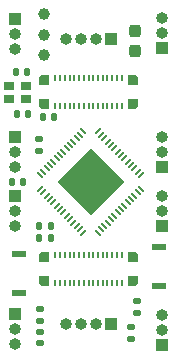
<source format=gts>
G04 #@! TF.GenerationSoftware,KiCad,Pcbnew,8.0.7-8.0.7-0~ubuntu24.04.1*
G04 #@! TF.CreationDate,2024-12-29T20:55:18-07:00*
G04 #@! TF.ProjectId,ESP32-S3 Hub,45535033-322d-4533-9320-4875622e6b69,V1*
G04 #@! TF.SameCoordinates,Original*
G04 #@! TF.FileFunction,Soldermask,Top*
G04 #@! TF.FilePolarity,Negative*
%FSLAX46Y46*%
G04 Gerber Fmt 4.6, Leading zero omitted, Abs format (unit mm)*
G04 Created by KiCad (PCBNEW 8.0.7-8.0.7-0~ubuntu24.04.1) date 2024-12-29 20:55:18*
%MOMM*%
%LPD*%
G01*
G04 APERTURE LIST*
G04 Aperture macros list*
%AMRoundRect*
0 Rectangle with rounded corners*
0 $1 Rounding radius*
0 $2 $3 $4 $5 $6 $7 $8 $9 X,Y pos of 4 corners*
0 Add a 4 corners polygon primitive as box body*
4,1,4,$2,$3,$4,$5,$6,$7,$8,$9,$2,$3,0*
0 Add four circle primitives for the rounded corners*
1,1,$1+$1,$2,$3*
1,1,$1+$1,$4,$5*
1,1,$1+$1,$6,$7*
1,1,$1+$1,$8,$9*
0 Add four rect primitives between the rounded corners*
20,1,$1+$1,$2,$3,$4,$5,0*
20,1,$1+$1,$4,$5,$6,$7,0*
20,1,$1+$1,$6,$7,$8,$9,0*
20,1,$1+$1,$8,$9,$2,$3,0*%
%AMRotRect*
0 Rectangle, with rotation*
0 The origin of the aperture is its center*
0 $1 length*
0 $2 width*
0 $3 Rotation angle, in degrees counterclockwise*
0 Add horizontal line*
21,1,$1,$2,0,0,$3*%
%AMOutline5P*
0 Free polygon, 5 corners , with rotation*
0 The origin of the aperture is its center*
0 number of corners: always 5*
0 $1 to $10 corner X, Y*
0 $11 Rotation angle, in degrees counterclockwise*
0 create outline with 5 corners*
4,1,5,$1,$2,$3,$4,$5,$6,$7,$8,$9,$10,$1,$2,$11*%
%AMOutline6P*
0 Free polygon, 6 corners , with rotation*
0 The origin of the aperture is its center*
0 number of corners: always 6*
0 $1 to $12 corner X, Y*
0 $13 Rotation angle, in degrees counterclockwise*
0 create outline with 6 corners*
4,1,6,$1,$2,$3,$4,$5,$6,$7,$8,$9,$10,$11,$12,$1,$2,$13*%
%AMOutline7P*
0 Free polygon, 7 corners , with rotation*
0 The origin of the aperture is its center*
0 number of corners: always 7*
0 $1 to $14 corner X, Y*
0 $15 Rotation angle, in degrees counterclockwise*
0 create outline with 7 corners*
4,1,7,$1,$2,$3,$4,$5,$6,$7,$8,$9,$10,$11,$12,$13,$14,$1,$2,$15*%
%AMOutline8P*
0 Free polygon, 8 corners , with rotation*
0 The origin of the aperture is its center*
0 number of corners: always 8*
0 $1 to $16 corner X, Y*
0 $17 Rotation angle, in degrees counterclockwise*
0 create outline with 8 corners*
4,1,8,$1,$2,$3,$4,$5,$6,$7,$8,$9,$10,$11,$12,$13,$14,$15,$16,$1,$2,$17*%
G04 Aperture macros list end*
%ADD10RoundRect,0.237500X0.237500X-0.287500X0.237500X0.287500X-0.237500X0.287500X-0.237500X-0.287500X0*%
%ADD11R,1.000000X1.000000*%
%ADD12O,1.000000X1.000000*%
%ADD13RoundRect,0.140000X-0.170000X0.140000X-0.170000X-0.140000X0.170000X-0.140000X0.170000X0.140000X0*%
%ADD14RoundRect,0.140000X0.140000X0.170000X-0.140000X0.170000X-0.140000X-0.170000X0.140000X-0.170000X0*%
%ADD15C,1.000000*%
%ADD16RoundRect,0.135000X0.185000X-0.135000X0.185000X0.135000X-0.185000X0.135000X-0.185000X-0.135000X0*%
%ADD17RoundRect,0.140000X-0.140000X-0.170000X0.140000X-0.170000X0.140000X0.170000X-0.140000X0.170000X0*%
%ADD18R,1.295400X0.558800*%
%ADD19R,0.900000X0.800000*%
%ADD20RoundRect,0.147500X-0.147500X-0.172500X0.147500X-0.172500X0.147500X0.172500X-0.147500X0.172500X0*%
%ADD21RoundRect,0.050000X-0.212132X-0.282843X0.282843X0.212132X0.212132X0.282843X-0.282843X-0.212132X0*%
%ADD22RoundRect,0.050000X0.212132X-0.282843X0.282843X-0.212132X-0.212132X0.282843X-0.282843X0.212132X0*%
%ADD23RotRect,4.000000X4.000000X45.000000*%
%ADD24R,0.230000X0.500000*%
%ADD25Outline5P,-0.450000X0.180000X-0.180000X0.450000X0.450000X0.450000X0.450000X-0.450000X-0.450000X-0.450000X0.000000*%
%ADD26Outline5P,-0.450000X0.180000X-0.180000X0.450000X0.450000X0.450000X0.450000X-0.450000X-0.450000X-0.450000X90.000000*%
%ADD27Outline5P,-0.450000X0.180000X-0.180000X0.450000X0.450000X0.450000X0.450000X-0.450000X-0.450000X-0.450000X270.000000*%
%ADD28Outline5P,-0.450000X0.180000X-0.180000X0.450000X0.450000X0.450000X0.450000X-0.450000X-0.450000X-0.450000X180.000000*%
%ADD29RoundRect,0.135000X-0.185000X0.135000X-0.185000X-0.135000X0.185000X-0.135000X0.185000X0.135000X0*%
G04 APERTURE END LIST*
D10*
G04 #@! TO.C,D1*
X159300000Y-85775000D03*
X159300000Y-84025000D03*
G04 #@! TD*
D11*
G04 #@! TO.C,J22*
X157290000Y-108900000D03*
D12*
X156020000Y-108900000D03*
X154750000Y-108900000D03*
X153480000Y-108900000D03*
G04 #@! TD*
D13*
G04 #@! TO.C,C13*
X151300000Y-109520000D03*
X151300000Y-110480000D03*
G04 #@! TD*
D14*
G04 #@! TO.C,C10*
X152480000Y-91300000D03*
X151520000Y-91300000D03*
G04 #@! TD*
D15*
G04 #@! TO.C,TP20*
X151600000Y-84400000D03*
G04 #@! TD*
D16*
G04 #@! TO.C,R8*
X159500000Y-107910000D03*
X159500000Y-106890000D03*
G04 #@! TD*
D11*
G04 #@! TO.C,J10*
X149200000Y-93025000D03*
D12*
X149200000Y-94295000D03*
X149200000Y-95565000D03*
G04 #@! TD*
D11*
G04 #@! TO.C,J6*
X149200000Y-98025000D03*
D12*
X149200000Y-99295000D03*
X149200000Y-100565000D03*
G04 #@! TD*
D17*
G04 #@! TO.C,C4*
X151220000Y-100600000D03*
X152180000Y-100600000D03*
G04 #@! TD*
D15*
G04 #@! TO.C,TP2*
X151600000Y-86100000D03*
G04 #@! TD*
D14*
G04 #@! TO.C,C12*
X150180000Y-87500000D03*
X149220000Y-87500000D03*
G04 #@! TD*
D11*
G04 #@! TO.C,J2*
X161600000Y-110600000D03*
D12*
X161600000Y-109330000D03*
X161600000Y-108060000D03*
G04 #@! TD*
D18*
G04 #@! TO.C,SW2*
X149500000Y-106276400D03*
X149500000Y-102923600D03*
G04 #@! TD*
D11*
G04 #@! TO.C,J1*
X161600000Y-100540000D03*
D12*
X161600000Y-99270000D03*
X161600000Y-98000000D03*
G04 #@! TD*
D19*
G04 #@! TO.C,Y1*
X150100000Y-88750000D03*
X148700000Y-88750000D03*
X148700000Y-89850000D03*
X150100000Y-89850000D03*
G04 #@! TD*
D11*
G04 #@! TO.C,J7*
X161600000Y-85525000D03*
D12*
X161600000Y-84255000D03*
X161600000Y-82985000D03*
G04 #@! TD*
D18*
G04 #@! TO.C,SW1*
X161400000Y-105676400D03*
X161400000Y-102323600D03*
G04 #@! TD*
D16*
G04 #@! TO.C,R9*
X159000000Y-110110000D03*
X159000000Y-109090000D03*
G04 #@! TD*
D20*
G04 #@! TO.C,FB1*
X151215000Y-101600000D03*
X152185000Y-101600000D03*
G04 #@! TD*
D21*
G04 #@! TO.C,U1*
X151292004Y-97441493D03*
X151574847Y-97724335D03*
X151857689Y-98007178D03*
X152140532Y-98290021D03*
X152423375Y-98572864D03*
X152706218Y-98855706D03*
X152989060Y-99138549D03*
X153271903Y-99421392D03*
X153554746Y-99704234D03*
X153837588Y-99987077D03*
X154120431Y-100269920D03*
X154403274Y-100552763D03*
X154686117Y-100835605D03*
X154968959Y-101118448D03*
D22*
X156171041Y-101118448D03*
X156453883Y-100835605D03*
X156736726Y-100552763D03*
X157019569Y-100269920D03*
X157302412Y-99987077D03*
X157585254Y-99704234D03*
X157868097Y-99421392D03*
X158150940Y-99138549D03*
X158433782Y-98855706D03*
X158716625Y-98572864D03*
X158999468Y-98290021D03*
X159282311Y-98007178D03*
X159565153Y-97724335D03*
X159847996Y-97441493D03*
D21*
X159847996Y-96239411D03*
X159565153Y-95956569D03*
X159282311Y-95673726D03*
X158999468Y-95390883D03*
X158716625Y-95108040D03*
X158433782Y-94825198D03*
X158150940Y-94542355D03*
X157868097Y-94259512D03*
X157585254Y-93976670D03*
X157302412Y-93693827D03*
X157019569Y-93410984D03*
X156736726Y-93128141D03*
X156453883Y-92845299D03*
X156171041Y-92562456D03*
D22*
X154968959Y-92562456D03*
X154686117Y-92845299D03*
X154403274Y-93128141D03*
X154120431Y-93410984D03*
X153837588Y-93693827D03*
X153554746Y-93976670D03*
X153271903Y-94259512D03*
X152989060Y-94542355D03*
X152706218Y-94825198D03*
X152423375Y-95108040D03*
X152140532Y-95390883D03*
X151857689Y-95673726D03*
X151574847Y-95956569D03*
X151292004Y-96239411D03*
D23*
X155570000Y-96840452D03*
G04 #@! TD*
D17*
G04 #@! TO.C,C11*
X149320000Y-91100000D03*
X150280000Y-91100000D03*
G04 #@! TD*
D11*
G04 #@! TO.C,J12*
X149200000Y-83000000D03*
D12*
X149200000Y-84270000D03*
X149200000Y-85540000D03*
G04 #@! TD*
D24*
G04 #@! TO.C,J16*
X152600000Y-90420000D03*
X152600000Y-88020000D03*
X153000000Y-90420000D03*
X153000000Y-88020000D03*
X153400000Y-90420000D03*
X153400000Y-88020000D03*
X153800000Y-90420000D03*
X153800000Y-88020000D03*
X154200000Y-90420000D03*
X154200000Y-88020000D03*
X154600000Y-90420000D03*
X154600000Y-88020000D03*
X155000000Y-90420000D03*
X155000000Y-88020000D03*
X155400000Y-90420000D03*
X155400000Y-88020000D03*
X155800000Y-90420000D03*
X155800000Y-88020000D03*
X156200000Y-90420000D03*
X156200000Y-88020000D03*
X156600000Y-90420000D03*
X156600000Y-88020000D03*
X157000000Y-90420000D03*
X157000000Y-88020000D03*
X157400000Y-90420000D03*
X157400000Y-88020000D03*
X157800000Y-90420000D03*
X157800000Y-88020000D03*
X158200000Y-90420000D03*
X158200000Y-88020000D03*
D25*
X151600000Y-88220000D03*
D26*
X151600000Y-90220000D03*
D27*
X159200000Y-88220000D03*
D28*
X159200000Y-90220000D03*
G04 #@! TD*
D11*
G04 #@! TO.C,J21*
X157300000Y-84700000D03*
D12*
X156030000Y-84700000D03*
X154760000Y-84700000D03*
X153490000Y-84700000D03*
G04 #@! TD*
D16*
G04 #@! TO.C,R7*
X151300000Y-108610000D03*
X151300000Y-107590000D03*
G04 #@! TD*
D29*
G04 #@! TO.C,R6*
X151200000Y-93190000D03*
X151200000Y-94210000D03*
G04 #@! TD*
D11*
G04 #@! TO.C,J4*
X149200000Y-108050000D03*
D12*
X149200000Y-109320000D03*
X149200000Y-110590000D03*
G04 #@! TD*
D11*
G04 #@! TO.C,J9*
X161600000Y-95600000D03*
D12*
X161600000Y-94330000D03*
X161600000Y-93060000D03*
G04 #@! TD*
D17*
G04 #@! TO.C,C6*
X148920000Y-96800000D03*
X149880000Y-96800000D03*
G04 #@! TD*
D15*
G04 #@! TO.C,TP3*
X151600000Y-82600000D03*
G04 #@! TD*
D24*
G04 #@! TO.C,J13*
X152600000Y-105420000D03*
X152600000Y-103020000D03*
X153000000Y-105420000D03*
X153000000Y-103020000D03*
X153400000Y-105420000D03*
X153400000Y-103020000D03*
X153800000Y-105420000D03*
X153800000Y-103020000D03*
X154200000Y-105420000D03*
X154200000Y-103020000D03*
X154600000Y-105420000D03*
X154600000Y-103020000D03*
X155000000Y-105420000D03*
X155000000Y-103020000D03*
X155400000Y-105420000D03*
X155400000Y-103020000D03*
X155800000Y-105420000D03*
X155800000Y-103020000D03*
X156200000Y-105420000D03*
X156200000Y-103020000D03*
X156600000Y-105420000D03*
X156600000Y-103020000D03*
X157000000Y-105420000D03*
X157000000Y-103020000D03*
X157400000Y-105420000D03*
X157400000Y-103020000D03*
X157800000Y-105420000D03*
X157800000Y-103020000D03*
X158200000Y-105420000D03*
X158200000Y-103020000D03*
D25*
X151600000Y-103220000D03*
D26*
X151600000Y-105220000D03*
D27*
X159200000Y-103220000D03*
D28*
X159200000Y-105220000D03*
G04 #@! TD*
M02*

</source>
